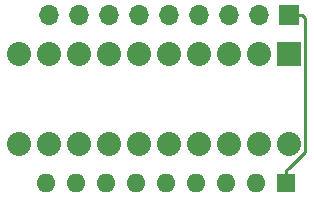
<source format=gbr>
G04 #@! TF.GenerationSoftware,KiCad,Pcbnew,(5.1.0-0)*
G04 #@! TF.CreationDate,2019-09-18T19:57:21-07:00*
G04 #@! TF.ProjectId,LEDRiser8,4c454452-6973-4657-9238-2e6b69636164,rev?*
G04 #@! TF.SameCoordinates,Original*
G04 #@! TF.FileFunction,Copper,L2,Bot*
G04 #@! TF.FilePolarity,Positive*
%FSLAX46Y46*%
G04 Gerber Fmt 4.6, Leading zero omitted, Abs format (unit mm)*
G04 Created by KiCad (PCBNEW (5.1.0-0)) date 2019-09-18 19:57:21*
%MOMM*%
%LPD*%
G04 APERTURE LIST*
%ADD10O,1.700000X1.700000*%
%ADD11R,1.700000X1.700000*%
%ADD12O,1.600000X1.600000*%
%ADD13R,1.600000X1.600000*%
%ADD14C,2.032000*%
%ADD15R,2.032000X2.032000*%
%ADD16C,0.250000*%
G04 APERTURE END LIST*
D10*
X103821000Y-68834000D03*
X106361000Y-68834000D03*
X108901000Y-68834000D03*
X111441000Y-68834000D03*
X113981000Y-68834000D03*
X116521000Y-68834000D03*
X119061000Y-68834000D03*
X121601000Y-68834000D03*
D11*
X124141000Y-68834000D03*
D12*
X103632000Y-83058000D03*
X106172000Y-83058000D03*
X108712000Y-83058000D03*
X111252000Y-83058000D03*
X113792000Y-83058000D03*
X116332000Y-83058000D03*
X118872000Y-83058000D03*
X121412000Y-83058000D03*
D13*
X123952000Y-83058000D03*
D14*
X124206000Y-79756000D03*
X121666000Y-79756000D03*
X119126000Y-79756000D03*
X116586000Y-79756000D03*
X103886000Y-72136000D03*
X101346000Y-72136000D03*
X101346000Y-79756000D03*
X103886000Y-79756000D03*
X106426000Y-72136000D03*
X108966000Y-72136000D03*
X111506000Y-72136000D03*
X114046000Y-72136000D03*
X114046000Y-79756000D03*
X111506000Y-79756000D03*
X108966000Y-79756000D03*
X106426000Y-79756000D03*
X116586000Y-72136000D03*
X119126000Y-72136000D03*
X121666000Y-72136000D03*
D15*
X124206000Y-72136000D03*
D16*
X123952000Y-82008000D02*
X123952000Y-83058000D01*
X125547001Y-69140001D02*
X125547001Y-80412999D01*
X125241000Y-68834000D02*
X125547001Y-69140001D01*
X124141000Y-68834000D02*
X125241000Y-68834000D01*
X124189000Y-81771000D02*
X123952000Y-82008000D01*
X125547001Y-80412999D02*
X124189000Y-81771000D01*
M02*

</source>
